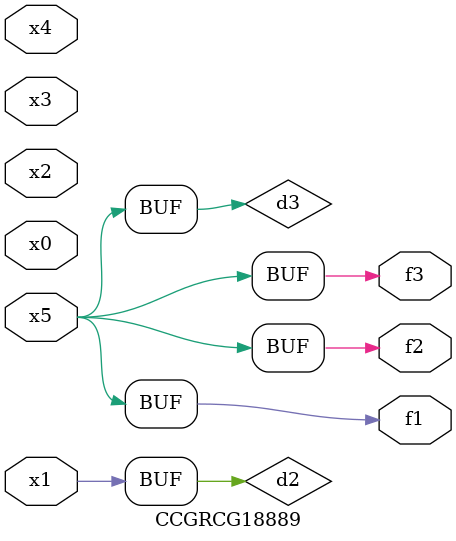
<source format=v>
module CCGRCG18889(
	input x0, x1, x2, x3, x4, x5,
	output f1, f2, f3
);

	wire d1, d2, d3;

	not (d1, x5);
	or (d2, x1);
	xnor (d3, d1);
	assign f1 = d3;
	assign f2 = d3;
	assign f3 = d3;
endmodule

</source>
